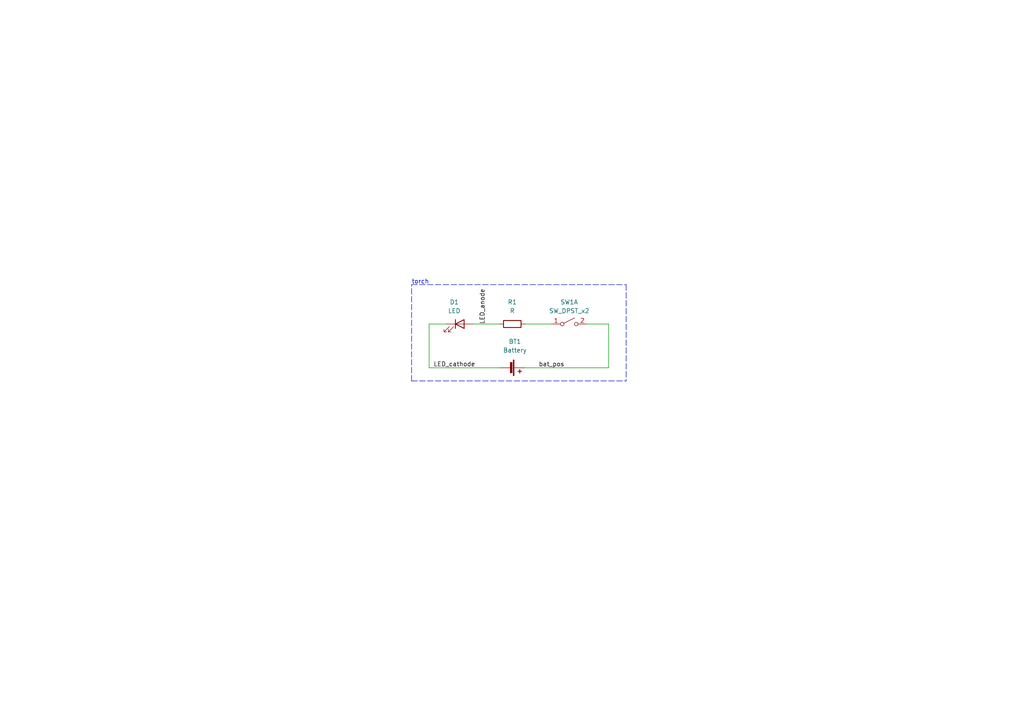
<source format=kicad_sch>
(kicad_sch (version 20211123) (generator eeschema)
  (paper "A4")
  (title_block (title "torch") (date "2022-02-05") (rev "v0.0.1") (comment 1 "Matt Gleich") (comment 2 "mattglei.ch"))
  (lib_symbols
    (symbol "Device:Battery_Cell" (pin_numbers hide) (pin_names (offset 0) hide)
      (property "Reference" "BT" (at 2.54 2.54 0))
      (property "Value" "Battery_Cell" (at 2.54 0 0))
      (symbol "Battery_Cell_0_1"
        (rectangle (start -2.286 1.778) (end 2.286 1.524) (fill (type outline)))
        (rectangle (start -1.5748 1.1938) (end 1.4732 0.6858) (fill (type outline)))
        (polyline (pts (xy 0 0.762) (xy 0 0)))
        (polyline (pts (xy 0 1.778) (xy 0 2.54)))
        (polyline (pts (xy 0.508 3.429) (xy 1.524 3.429)) (stroke (width 0.254)))
        (polyline (pts (xy 1.016 3.937) (xy 1.016 2.921)) (stroke (width 0.254)))
      )
      (symbol "Battery_Cell_1_1"
        (pin passive line (at 0 5.08 270) (length 2.54) (name "+") (number "1"))
        (pin passive line (at 0 -2.54 90) (length 2.54) (name "-") (number "2"))
      )
    )
    (symbol "Device:LED" (pin_numbers hide) (pin_names (offset 1.016) hide)
      (property "Reference" "D" (at 0 2.54 0))
      (property "Value" "LED" (at 0 -2.54 0))
      (symbol "LED_0_1"
        (polyline (pts (xy -1.27 -1.27) (xy -1.27 1.27)) (stroke (width 0.254)))
        (polyline (pts (xy -1.27 0) (xy 1.27 0)))
        (polyline (pts (xy 1.27 -1.27) (xy 1.27 1.27) (xy -1.27 0) (xy 1.27 -1.27)) (stroke (width 0.254)))
        (polyline (pts (xy -3.048 -0.762) (xy -4.572 -2.286) (xy -3.81 -2.286) (xy -4.572 -2.286) (xy -4.572 -1.524)))
        (polyline (pts (xy -1.778 -0.762) (xy -3.302 -2.286) (xy -2.54 -2.286) (xy -3.302 -2.286) (xy -3.302 -1.524)))
      )
      (symbol "LED_1_1"
        (pin passive line (at -3.81 0 0) (length 2.54) (name "K") (number "1"))
        (pin passive line (at 3.81 0 180) (length 2.54) (name "A") (number "2"))
      )
    )
    (symbol "Device:R" (pin_numbers hide) (pin_names (offset 0))
      (property "Reference" "R" (at 2.032 0 90))
      (property "Value" "R" (at 0 0 90))
      (symbol "R_0_1"
        (rectangle (start -1.016 -2.54) (end 1.016 2.54) (stroke (width 0.254)))
      )
      (symbol "R_1_1"
        (pin passive line (at 0 3.81 270) (length 1.27) (name "~") (number "1"))
        (pin passive line (at 0 -3.81 90) (length 1.27) (name "~") (number "2"))
      )
    )
    (symbol "Switch:SW_DPST_x2" (pin_names (offset 0) hide)
      (property "Reference" "SW" (at 0 3.175 0))
      (property "Value" "SW_DPST_x2" (at 0 -2.54 0))
      (symbol "SW_DPST_x2_0_0"
        (circle (center -2.032 0) (radius 0.508))
        (polyline (pts (xy -1.524 0.254) (xy 1.524 1.778)))
        (circle (center 2.032 0) (radius 0.508))
      )
      (symbol "SW_DPST_x2_1_1"
        (pin passive line (at -5.08 0 0) (length 2.54) (name "A") (number "1"))
        (pin passive line (at 5.08 0 180) (length 2.54) (name "B") (number "2"))
      )
      (symbol "SW_DPST_x2_2_1"
        (pin passive line (at -5.08 0 0) (length 2.54) (name "A") (number "3"))
        (pin passive line (at 5.08 0 180) (length 2.54) (name "B") (number "4"))
      )
    )
  )
  (polyline (pts (xy 119.38 110.49) (xy 181.61 110.49)))
  (polyline (pts (xy 119.38 82.55) (xy 181.61 82.55)))
  (polyline (pts (xy 119.38 110.49) (xy 119.38 82.55)))
  (wire (pts (xy 137.16 93.98) (xy 144.78 93.98)))
  (wire (pts (xy 124.46 93.98) (xy 129.54 93.98)))
  (polyline (pts (xy 181.61 82.55) (xy 181.61 110.49)))
  (wire (pts (xy 170.18 93.98) (xy 176.53 93.98)))
  (wire (pts (xy 144.78 106.68) (xy 124.46 106.68)))
  (wire (pts (xy 152.4 93.98) (xy 160.02 93.98)))
  (wire (pts (xy 124.46 106.68) (xy 124.46 93.98)))
  (wire (pts (xy 176.53 106.68) (xy 152.4 106.68)))
  (wire (pts (xy 176.53 93.98) (xy 176.53 106.68)))
  (text "torch" (at 119.38 82.55 0) (effects (font (size 1.27 1.27)) (justify left bottom)))
  (label "LED_anode" (at 140.97 93.98 90))
  (label "LED_cathode" (at 125.73 106.68 0))
  (label "bat_pos" (at 156.21 106.68 0))
  (symbol (lib_id "Device:Battery_Cell") (at 147.32 106.68 270) (unit 1)
    (property "Reference" "BT1" (at 149.352 99.06 90))
    (property "Value" "Battery" (at 149.352 101.6 90))
    (property "Footprint" "Battery:BatteryHolder_Keystone_1058_1x2032" (effects hide))
  )
  (symbol (lib_id "Device:R") (at 148.59 93.98 90) (unit 1)
    (property "Reference" "R1" (at 148.59 87.63 90))
    (property "Value" "R" (at 148.59 90.17 90))
    (property "Footprint" "Resistor_THT:R_Axial_DIN0204_L3.6mm_D1.6mm_P7.62mm_Horizontal" (effects hide))
  )
  (symbol (lib_id "Device:LED") (at 133.35 93.98 0) (unit 1)
    (property "Reference" "D1" (at 131.7625 87.63 0))
    (property "Value" "LED" (at 131.7625 90.17 0))
    (property "Footprint" "LED_THT:LED_D5.0mm" (effects hide))
  )
  (symbol (lib_id "Switch:SW_DPST_x2") (at 165.1 93.98 0) (unit 1)
    (property "Reference" "SW1" (at 165.1 87.63 0))
    (property "Value" "SW_DPST_x2" (at 165.1 90.17 0))
    (property "Footprint" "Button_Switch_THT:SW_TH_Tactile_Omron_B3F-10xx" (effects hide))
  )
)
</source>
